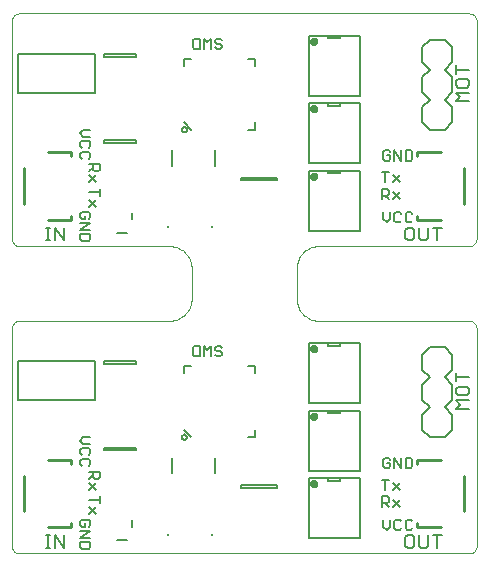
<source format=gto>
G75*
%MOIN*%
%OFA0B0*%
%FSLAX24Y24*%
%IPPOS*%
%LPD*%
%AMOC8*
5,1,8,0,0,1.08239X$1,22.5*
%
%ADD10C,0.0000*%
%ADD11C,0.0060*%
%ADD12C,0.0080*%
%ADD13C,0.0150*%
%ADD14C,0.0050*%
%ADD15C,0.0100*%
%ADD16R,0.0098X0.0098*%
D10*
X000425Y000238D02*
X015425Y000238D01*
X015455Y000240D01*
X015485Y000245D01*
X015514Y000254D01*
X015541Y000267D01*
X015567Y000282D01*
X015591Y000301D01*
X015612Y000322D01*
X015631Y000346D01*
X015646Y000372D01*
X015659Y000399D01*
X015668Y000428D01*
X015673Y000458D01*
X015675Y000488D01*
X015675Y007738D01*
X015673Y007768D01*
X015668Y007798D01*
X015659Y007827D01*
X015646Y007854D01*
X015631Y007880D01*
X015612Y007904D01*
X015591Y007925D01*
X015567Y007944D01*
X015541Y007959D01*
X015514Y007972D01*
X015485Y007981D01*
X015455Y007986D01*
X015425Y007988D01*
X010425Y007988D01*
X010371Y007990D01*
X010318Y007996D01*
X010266Y008005D01*
X010214Y008018D01*
X010163Y008035D01*
X010113Y008056D01*
X010066Y008080D01*
X010020Y008107D01*
X009976Y008138D01*
X009934Y008171D01*
X009895Y008208D01*
X009858Y008247D01*
X009825Y008289D01*
X009794Y008333D01*
X009767Y008379D01*
X009743Y008426D01*
X009722Y008476D01*
X009705Y008527D01*
X009692Y008579D01*
X009683Y008631D01*
X009677Y008684D01*
X009675Y008738D01*
X009675Y009738D01*
X009677Y009792D01*
X009683Y009845D01*
X009692Y009897D01*
X009705Y009949D01*
X009722Y010000D01*
X009743Y010050D01*
X009767Y010097D01*
X009794Y010143D01*
X009825Y010187D01*
X009858Y010229D01*
X009895Y010268D01*
X009934Y010305D01*
X009976Y010338D01*
X010020Y010369D01*
X010066Y010396D01*
X010113Y010420D01*
X010163Y010441D01*
X010214Y010458D01*
X010266Y010471D01*
X010318Y010480D01*
X010371Y010486D01*
X010425Y010488D01*
X015425Y010488D01*
X015455Y010490D01*
X015485Y010495D01*
X015514Y010504D01*
X015541Y010517D01*
X015567Y010532D01*
X015591Y010551D01*
X015612Y010572D01*
X015631Y010596D01*
X015646Y010622D01*
X015659Y010649D01*
X015668Y010678D01*
X015673Y010708D01*
X015675Y010738D01*
X015675Y017988D01*
X015673Y018018D01*
X015668Y018048D01*
X015659Y018077D01*
X015646Y018104D01*
X015631Y018130D01*
X015612Y018154D01*
X015591Y018175D01*
X015567Y018194D01*
X015541Y018209D01*
X015514Y018222D01*
X015485Y018231D01*
X015455Y018236D01*
X015425Y018238D01*
X000425Y018238D01*
X000395Y018236D01*
X000365Y018231D01*
X000336Y018222D01*
X000309Y018209D01*
X000283Y018194D01*
X000259Y018175D01*
X000238Y018154D01*
X000219Y018130D01*
X000204Y018104D01*
X000191Y018077D01*
X000182Y018048D01*
X000177Y018018D01*
X000175Y017988D01*
X000175Y010738D01*
X000177Y010708D01*
X000182Y010678D01*
X000191Y010649D01*
X000204Y010622D01*
X000219Y010596D01*
X000238Y010572D01*
X000259Y010551D01*
X000283Y010532D01*
X000309Y010517D01*
X000336Y010504D01*
X000365Y010495D01*
X000395Y010490D01*
X000425Y010488D01*
X005425Y010488D01*
X005479Y010486D01*
X005532Y010480D01*
X005584Y010471D01*
X005636Y010458D01*
X005687Y010441D01*
X005737Y010420D01*
X005784Y010396D01*
X005830Y010369D01*
X005874Y010338D01*
X005916Y010305D01*
X005955Y010268D01*
X005992Y010229D01*
X006025Y010187D01*
X006056Y010143D01*
X006083Y010097D01*
X006107Y010050D01*
X006128Y010000D01*
X006145Y009949D01*
X006158Y009897D01*
X006167Y009845D01*
X006173Y009792D01*
X006175Y009738D01*
X006175Y008738D01*
X006173Y008684D01*
X006167Y008631D01*
X006158Y008579D01*
X006145Y008527D01*
X006128Y008476D01*
X006107Y008426D01*
X006083Y008379D01*
X006056Y008333D01*
X006025Y008289D01*
X005992Y008247D01*
X005955Y008208D01*
X005916Y008171D01*
X005874Y008138D01*
X005830Y008107D01*
X005784Y008080D01*
X005737Y008056D01*
X005687Y008035D01*
X005636Y008018D01*
X005584Y008005D01*
X005532Y007996D01*
X005479Y007990D01*
X005425Y007988D01*
X000425Y007988D01*
X000395Y007986D01*
X000365Y007981D01*
X000336Y007972D01*
X000309Y007959D01*
X000283Y007944D01*
X000259Y007925D01*
X000238Y007904D01*
X000219Y007880D01*
X000204Y007854D01*
X000191Y007827D01*
X000182Y007798D01*
X000177Y007768D01*
X000175Y007738D01*
X000175Y000488D01*
X000177Y000458D01*
X000182Y000428D01*
X000191Y000399D01*
X000204Y000372D01*
X000219Y000346D01*
X000238Y000322D01*
X000259Y000301D01*
X000283Y000282D01*
X000309Y000267D01*
X000336Y000254D01*
X000365Y000245D01*
X000395Y000240D01*
X000425Y000238D01*
D11*
X002455Y000457D02*
X002512Y000400D01*
X002739Y000400D01*
X002795Y000457D01*
X002795Y000627D01*
X002455Y000627D01*
X002455Y000457D01*
X002455Y000769D02*
X002795Y000769D01*
X002795Y000995D02*
X002455Y000769D01*
X002455Y000995D02*
X002795Y000995D01*
X002739Y001137D02*
X002795Y001194D01*
X002795Y001307D01*
X002739Y001364D01*
X002512Y001364D01*
X002455Y001307D01*
X002455Y001194D01*
X002512Y001137D01*
X002625Y001137D01*
X002625Y001250D01*
X002768Y001550D02*
X002994Y001777D01*
X003108Y001918D02*
X003108Y002145D01*
X003108Y002032D02*
X002768Y002032D01*
X002768Y002362D02*
X002994Y002589D01*
X002938Y002731D02*
X002881Y002787D01*
X002881Y002958D01*
X002768Y002958D02*
X003108Y002958D01*
X003108Y002787D01*
X003051Y002731D01*
X002938Y002731D01*
X002881Y002844D02*
X002768Y002731D01*
X002768Y002589D02*
X002994Y002362D01*
X002768Y001777D02*
X002994Y001550D01*
X002739Y003150D02*
X002795Y003207D01*
X002795Y003320D01*
X002739Y003377D01*
X002512Y003377D01*
X002455Y003320D01*
X002455Y003207D01*
X002512Y003150D01*
X002512Y003519D02*
X002455Y003575D01*
X002455Y003689D01*
X002512Y003745D01*
X002739Y003745D01*
X002795Y003689D01*
X002795Y003575D01*
X002739Y003519D01*
X002795Y003887D02*
X002568Y003887D01*
X002455Y004000D01*
X002568Y004114D01*
X002795Y004114D01*
X003269Y003769D02*
X003269Y003675D01*
X004331Y003675D01*
X004331Y003769D01*
X003269Y003769D01*
X003269Y006550D02*
X003269Y006644D01*
X004331Y006644D01*
X004331Y006550D01*
X003269Y006550D01*
X006213Y006861D02*
X006269Y006805D01*
X006440Y006805D01*
X006440Y007145D01*
X006269Y007145D01*
X006213Y007088D01*
X006213Y006861D01*
X006581Y006805D02*
X006581Y007145D01*
X006695Y007032D01*
X006808Y007145D01*
X006808Y006805D01*
X006949Y006861D02*
X007006Y006805D01*
X007120Y006805D01*
X007176Y006861D01*
X007176Y006918D01*
X007120Y006975D01*
X007006Y006975D01*
X006949Y007032D01*
X006949Y007088D01*
X007006Y007145D01*
X007120Y007145D01*
X007176Y007088D01*
X010075Y007238D02*
X010075Y005238D01*
X011775Y005238D01*
X011775Y007238D01*
X011125Y007238D01*
X011125Y007158D01*
X010725Y007158D01*
X010725Y007238D01*
X011125Y007238D01*
X010725Y007238D02*
X010075Y007238D01*
X010075Y004988D02*
X010725Y004988D01*
X010725Y004908D01*
X011125Y004908D01*
X011125Y004988D01*
X011775Y004988D01*
X011775Y002988D01*
X010075Y002988D01*
X010075Y004988D01*
X010725Y004988D02*
X011125Y004988D01*
X012626Y003427D02*
X012569Y003370D01*
X012569Y003143D01*
X012626Y003086D01*
X012739Y003086D01*
X012796Y003143D01*
X012796Y003256D01*
X012682Y003256D01*
X012796Y003370D02*
X012739Y003427D01*
X012626Y003427D01*
X012937Y003427D02*
X012937Y003086D01*
X013164Y003086D02*
X012937Y003427D01*
X013164Y003427D02*
X013164Y003086D01*
X013305Y003086D02*
X013476Y003086D01*
X013532Y003143D01*
X013532Y003370D01*
X013476Y003427D01*
X013305Y003427D01*
X013305Y003086D01*
X013113Y002588D02*
X012886Y002361D01*
X012886Y002588D02*
X013113Y002361D01*
X013113Y002026D02*
X012886Y001799D01*
X012744Y001799D02*
X012631Y001912D01*
X012688Y001912D02*
X012518Y001912D01*
X012518Y001799D02*
X012518Y002139D01*
X012688Y002139D01*
X012744Y002082D01*
X012744Y001969D01*
X012688Y001912D01*
X012886Y002026D02*
X013113Y001799D01*
X013107Y001364D02*
X012994Y001364D01*
X012937Y001307D01*
X012937Y001080D01*
X012994Y001024D01*
X013107Y001024D01*
X013164Y001080D01*
X013305Y001080D02*
X013362Y001024D01*
X013476Y001024D01*
X013532Y001080D01*
X013305Y001080D02*
X013305Y001307D01*
X013362Y001364D01*
X013476Y001364D01*
X013532Y001307D01*
X013164Y001307D02*
X013107Y001364D01*
X012796Y001364D02*
X012796Y001137D01*
X012682Y001024D01*
X012569Y001137D01*
X012569Y001364D01*
X012631Y002361D02*
X012631Y002702D01*
X012518Y002702D02*
X012744Y002702D01*
X011775Y002738D02*
X011125Y002738D01*
X011125Y002658D01*
X010725Y002658D01*
X010725Y002738D01*
X011125Y002738D01*
X010725Y002738D02*
X010075Y002738D01*
X010075Y000738D01*
X011775Y000738D01*
X011775Y002738D01*
X009019Y002519D02*
X009019Y002425D01*
X007831Y002425D01*
X007831Y002519D01*
X009019Y002519D01*
X002739Y010650D02*
X002512Y010650D01*
X002455Y010707D01*
X002455Y010877D01*
X002795Y010877D01*
X002795Y010707D01*
X002739Y010650D01*
X002795Y011019D02*
X002455Y011019D01*
X002795Y011245D01*
X002455Y011245D01*
X002512Y011387D02*
X002625Y011387D01*
X002625Y011500D01*
X002512Y011387D02*
X002455Y011444D01*
X002455Y011557D01*
X002512Y011614D01*
X002739Y011614D01*
X002795Y011557D01*
X002795Y011444D01*
X002739Y011387D01*
X002768Y011800D02*
X002994Y012027D01*
X003108Y012168D02*
X003108Y012395D01*
X003108Y012282D02*
X002768Y012282D01*
X002768Y012027D02*
X002994Y011800D01*
X002994Y012612D02*
X002768Y012839D01*
X002768Y012981D02*
X002881Y013094D01*
X002881Y013037D02*
X002881Y013208D01*
X002768Y013208D02*
X003108Y013208D01*
X003108Y013037D01*
X003051Y012981D01*
X002938Y012981D01*
X002881Y013037D01*
X002994Y012839D02*
X002768Y012612D01*
X002739Y013400D02*
X002795Y013457D01*
X002795Y013570D01*
X002739Y013627D01*
X002512Y013627D01*
X002455Y013570D01*
X002455Y013457D01*
X002512Y013400D01*
X002512Y013769D02*
X002455Y013825D01*
X002455Y013939D01*
X002512Y013995D01*
X002739Y013995D01*
X002795Y013939D01*
X002795Y013825D01*
X002739Y013769D01*
X002795Y014137D02*
X002568Y014137D01*
X002455Y014250D01*
X002568Y014364D01*
X002795Y014364D01*
X003269Y014019D02*
X003269Y013925D01*
X004331Y013925D01*
X004331Y014019D01*
X003269Y014019D01*
X003269Y016800D02*
X003269Y016894D01*
X004331Y016894D01*
X004331Y016800D01*
X003269Y016800D01*
X006213Y017111D02*
X006269Y017055D01*
X006440Y017055D01*
X006440Y017395D01*
X006269Y017395D01*
X006213Y017338D01*
X006213Y017111D01*
X006581Y017055D02*
X006581Y017395D01*
X006695Y017282D01*
X006808Y017395D01*
X006808Y017055D01*
X006949Y017111D02*
X007006Y017055D01*
X007120Y017055D01*
X007176Y017111D01*
X007176Y017168D01*
X007120Y017225D01*
X007006Y017225D01*
X006949Y017282D01*
X006949Y017338D01*
X007006Y017395D01*
X007120Y017395D01*
X007176Y017338D01*
X010075Y017488D02*
X010075Y015488D01*
X011775Y015488D01*
X011775Y017488D01*
X011125Y017488D01*
X011125Y017408D01*
X010725Y017408D01*
X010725Y017488D01*
X011125Y017488D01*
X010725Y017488D02*
X010075Y017488D01*
X010075Y015238D02*
X010725Y015238D01*
X010725Y015158D01*
X011125Y015158D01*
X011125Y015238D01*
X011775Y015238D01*
X011775Y013238D01*
X010075Y013238D01*
X010075Y015238D01*
X010725Y015238D02*
X011125Y015238D01*
X012626Y013677D02*
X012569Y013620D01*
X012569Y013393D01*
X012626Y013336D01*
X012739Y013336D01*
X012796Y013393D01*
X012796Y013506D01*
X012682Y013506D01*
X012796Y013620D02*
X012739Y013677D01*
X012626Y013677D01*
X012937Y013677D02*
X012937Y013336D01*
X013164Y013336D02*
X012937Y013677D01*
X013164Y013677D02*
X013164Y013336D01*
X013305Y013336D02*
X013476Y013336D01*
X013532Y013393D01*
X013532Y013620D01*
X013476Y013677D01*
X013305Y013677D01*
X013305Y013336D01*
X013113Y012838D02*
X012886Y012611D01*
X012886Y012838D02*
X013113Y012611D01*
X013113Y012276D02*
X012886Y012049D01*
X012744Y012049D02*
X012631Y012162D01*
X012688Y012162D02*
X012518Y012162D01*
X012518Y012049D02*
X012518Y012389D01*
X012688Y012389D01*
X012744Y012332D01*
X012744Y012219D01*
X012688Y012162D01*
X012886Y012276D02*
X013113Y012049D01*
X013107Y011614D02*
X012994Y011614D01*
X012937Y011557D01*
X012937Y011330D01*
X012994Y011274D01*
X013107Y011274D01*
X013164Y011330D01*
X013305Y011330D02*
X013305Y011557D01*
X013362Y011614D01*
X013476Y011614D01*
X013532Y011557D01*
X013532Y011330D02*
X013476Y011274D01*
X013362Y011274D01*
X013305Y011330D01*
X013164Y011557D02*
X013107Y011614D01*
X012796Y011614D02*
X012796Y011387D01*
X012682Y011274D01*
X012569Y011387D01*
X012569Y011614D01*
X012631Y012611D02*
X012631Y012952D01*
X012518Y012952D02*
X012744Y012952D01*
X011775Y012988D02*
X011125Y012988D01*
X011125Y012908D01*
X010725Y012908D01*
X010725Y012988D01*
X011125Y012988D01*
X010725Y012988D02*
X010075Y012988D01*
X010075Y010988D01*
X011775Y010988D01*
X011775Y012988D01*
X009019Y012769D02*
X009019Y012675D01*
X007831Y012675D01*
X007831Y012769D01*
X009019Y012769D01*
D12*
X008294Y014369D02*
X008057Y014369D01*
X008294Y014369D02*
X008294Y014605D01*
X006946Y013681D02*
X006946Y013169D01*
X006168Y014369D02*
X005931Y014605D01*
X005529Y013681D02*
X005529Y013169D01*
X004182Y011593D02*
X004182Y011382D01*
X004032Y010928D02*
X003693Y010928D01*
X001910Y011104D02*
X001910Y010684D01*
X001630Y011104D01*
X001630Y010684D01*
X001463Y010684D02*
X001323Y010684D01*
X001393Y010684D02*
X001393Y011104D01*
X001323Y011104D02*
X001463Y011104D01*
X000385Y006638D02*
X002965Y006638D01*
X002965Y005338D01*
X000385Y005338D01*
X000385Y006638D01*
X004182Y001343D02*
X004182Y001132D01*
X004032Y000678D02*
X003693Y000678D01*
X001910Y000854D02*
X001910Y000434D01*
X001630Y000854D01*
X001630Y000434D01*
X001463Y000434D02*
X001323Y000434D01*
X001393Y000434D02*
X001393Y000854D01*
X001323Y000854D02*
X001463Y000854D01*
X005529Y002919D02*
X005529Y003431D01*
X006168Y004119D02*
X005931Y004355D01*
X006946Y003431D02*
X006946Y002919D01*
X008057Y004119D02*
X008294Y004119D01*
X008294Y004355D01*
X008294Y006245D02*
X008294Y006481D01*
X008057Y006481D01*
X006168Y006481D02*
X005931Y006481D01*
X005931Y006245D01*
X013303Y010754D02*
X013373Y010684D01*
X013513Y010684D01*
X013583Y010754D01*
X013583Y011034D01*
X013513Y011104D01*
X013373Y011104D01*
X013303Y011034D01*
X013303Y010754D01*
X013763Y010754D02*
X013833Y010684D01*
X013973Y010684D01*
X014043Y010754D01*
X014043Y011104D01*
X014223Y011104D02*
X014504Y011104D01*
X014363Y011104D02*
X014363Y010684D01*
X013763Y010754D02*
X013763Y011104D01*
X014113Y014363D02*
X013863Y014613D01*
X013863Y015113D01*
X014113Y015363D01*
X013863Y015613D01*
X013863Y016113D01*
X014113Y016363D01*
X013863Y016613D01*
X013863Y017113D01*
X014113Y017363D01*
X014613Y017363D01*
X014863Y017113D01*
X014863Y016613D01*
X014613Y016363D01*
X014863Y016113D01*
X014863Y015613D01*
X014613Y015363D01*
X014863Y015113D01*
X014863Y014613D01*
X014613Y014363D01*
X014113Y014363D01*
X014996Y015309D02*
X015136Y015449D01*
X014996Y015589D01*
X015416Y015589D01*
X015346Y015769D02*
X015416Y015839D01*
X015416Y015979D01*
X015346Y016049D01*
X015066Y016049D01*
X014996Y015979D01*
X014996Y015839D01*
X015066Y015769D01*
X015346Y015769D01*
X015416Y015309D02*
X014996Y015309D01*
X014996Y016230D02*
X014996Y016510D01*
X014996Y016370D02*
X015416Y016370D01*
X008294Y016495D02*
X008294Y016731D01*
X008057Y016731D01*
X006168Y016731D02*
X005931Y016731D01*
X005931Y016495D01*
X002965Y016888D02*
X002965Y015588D01*
X000385Y015588D01*
X000385Y016888D01*
X002965Y016888D01*
X013863Y006863D02*
X013863Y006363D01*
X014113Y006113D01*
X013863Y005863D01*
X013863Y005363D01*
X014113Y005113D01*
X013863Y004863D01*
X013863Y004363D01*
X014113Y004113D01*
X014613Y004113D01*
X014863Y004363D01*
X014863Y004863D01*
X014613Y005113D01*
X014863Y005363D01*
X014863Y005863D01*
X014613Y006113D01*
X014863Y006363D01*
X014863Y006863D01*
X014613Y007113D01*
X014113Y007113D01*
X013863Y006863D01*
X014996Y006260D02*
X014996Y005980D01*
X014996Y006120D02*
X015416Y006120D01*
X015346Y005799D02*
X015066Y005799D01*
X014996Y005729D01*
X014996Y005589D01*
X015066Y005519D01*
X015346Y005519D01*
X015416Y005589D01*
X015416Y005729D01*
X015346Y005799D01*
X015416Y005339D02*
X014996Y005339D01*
X015136Y005199D01*
X014996Y005059D01*
X015416Y005059D01*
X014504Y000854D02*
X014223Y000854D01*
X014363Y000854D02*
X014363Y000434D01*
X014043Y000504D02*
X014043Y000854D01*
X013763Y000854D02*
X013763Y000504D01*
X013833Y000434D01*
X013973Y000434D01*
X014043Y000504D01*
X013583Y000504D02*
X013583Y000784D01*
X013513Y000854D01*
X013373Y000854D01*
X013303Y000784D01*
X013303Y000504D01*
X013373Y000434D01*
X013513Y000434D01*
X013583Y000504D01*
D13*
X010200Y002563D02*
X010202Y002576D01*
X010207Y002589D01*
X010216Y002600D01*
X010227Y002607D01*
X010240Y002612D01*
X010253Y002613D01*
X010267Y002610D01*
X010279Y002604D01*
X010289Y002595D01*
X010296Y002583D01*
X010300Y002570D01*
X010300Y002556D01*
X010296Y002543D01*
X010289Y002531D01*
X010279Y002522D01*
X010267Y002516D01*
X010253Y002513D01*
X010240Y002514D01*
X010227Y002519D01*
X010216Y002526D01*
X010207Y002537D01*
X010202Y002550D01*
X010200Y002563D01*
X010200Y004813D02*
X010202Y004826D01*
X010207Y004839D01*
X010216Y004850D01*
X010227Y004857D01*
X010240Y004862D01*
X010253Y004863D01*
X010267Y004860D01*
X010279Y004854D01*
X010289Y004845D01*
X010296Y004833D01*
X010300Y004820D01*
X010300Y004806D01*
X010296Y004793D01*
X010289Y004781D01*
X010279Y004772D01*
X010267Y004766D01*
X010253Y004763D01*
X010240Y004764D01*
X010227Y004769D01*
X010216Y004776D01*
X010207Y004787D01*
X010202Y004800D01*
X010200Y004813D01*
X010200Y007063D02*
X010202Y007076D01*
X010207Y007089D01*
X010216Y007100D01*
X010227Y007107D01*
X010240Y007112D01*
X010253Y007113D01*
X010267Y007110D01*
X010279Y007104D01*
X010289Y007095D01*
X010296Y007083D01*
X010300Y007070D01*
X010300Y007056D01*
X010296Y007043D01*
X010289Y007031D01*
X010279Y007022D01*
X010267Y007016D01*
X010253Y007013D01*
X010240Y007014D01*
X010227Y007019D01*
X010216Y007026D01*
X010207Y007037D01*
X010202Y007050D01*
X010200Y007063D01*
X010200Y012813D02*
X010202Y012826D01*
X010207Y012839D01*
X010216Y012850D01*
X010227Y012857D01*
X010240Y012862D01*
X010253Y012863D01*
X010267Y012860D01*
X010279Y012854D01*
X010289Y012845D01*
X010296Y012833D01*
X010300Y012820D01*
X010300Y012806D01*
X010296Y012793D01*
X010289Y012781D01*
X010279Y012772D01*
X010267Y012766D01*
X010253Y012763D01*
X010240Y012764D01*
X010227Y012769D01*
X010216Y012776D01*
X010207Y012787D01*
X010202Y012800D01*
X010200Y012813D01*
X010200Y015063D02*
X010202Y015076D01*
X010207Y015089D01*
X010216Y015100D01*
X010227Y015107D01*
X010240Y015112D01*
X010253Y015113D01*
X010267Y015110D01*
X010279Y015104D01*
X010289Y015095D01*
X010296Y015083D01*
X010300Y015070D01*
X010300Y015056D01*
X010296Y015043D01*
X010289Y015031D01*
X010279Y015022D01*
X010267Y015016D01*
X010253Y015013D01*
X010240Y015014D01*
X010227Y015019D01*
X010216Y015026D01*
X010207Y015037D01*
X010202Y015050D01*
X010200Y015063D01*
X010200Y017313D02*
X010202Y017326D01*
X010207Y017339D01*
X010216Y017350D01*
X010227Y017357D01*
X010240Y017362D01*
X010253Y017363D01*
X010267Y017360D01*
X010279Y017354D01*
X010289Y017345D01*
X010296Y017333D01*
X010300Y017320D01*
X010300Y017306D01*
X010296Y017293D01*
X010289Y017281D01*
X010279Y017272D01*
X010267Y017266D01*
X010253Y017263D01*
X010240Y017264D01*
X010227Y017269D01*
X010216Y017276D01*
X010207Y017287D01*
X010202Y017300D01*
X010200Y017313D01*
D14*
X005844Y014369D02*
X005846Y014387D01*
X005852Y014404D01*
X005861Y014420D01*
X005873Y014434D01*
X005887Y014444D01*
X005904Y014452D01*
X005922Y014456D01*
X005940Y014456D01*
X005958Y014452D01*
X005974Y014444D01*
X005989Y014434D01*
X006001Y014420D01*
X006010Y014404D01*
X006016Y014387D01*
X006018Y014369D01*
X006016Y014351D01*
X006010Y014334D01*
X006001Y014318D01*
X005989Y014304D01*
X005975Y014294D01*
X005958Y014286D01*
X005940Y014282D01*
X005922Y014282D01*
X005904Y014286D01*
X005888Y014294D01*
X005873Y014304D01*
X005861Y014318D01*
X005852Y014334D01*
X005846Y014351D01*
X005844Y014369D01*
X005844Y004119D02*
X005846Y004137D01*
X005852Y004154D01*
X005861Y004170D01*
X005873Y004184D01*
X005887Y004194D01*
X005904Y004202D01*
X005922Y004206D01*
X005940Y004206D01*
X005958Y004202D01*
X005974Y004194D01*
X005989Y004184D01*
X006001Y004170D01*
X006010Y004154D01*
X006016Y004137D01*
X006018Y004119D01*
X006016Y004101D01*
X006010Y004084D01*
X006001Y004068D01*
X005989Y004054D01*
X005975Y004044D01*
X005958Y004036D01*
X005940Y004032D01*
X005922Y004032D01*
X005904Y004036D01*
X005888Y004044D01*
X005873Y004054D01*
X005861Y004068D01*
X005852Y004084D01*
X005846Y004101D01*
X005844Y004119D01*
D15*
X002168Y003369D02*
X002168Y003222D01*
X002168Y003369D02*
X001372Y003369D01*
X000595Y002828D02*
X000595Y001647D01*
X001372Y001106D02*
X002168Y001106D01*
X002168Y001253D01*
X002168Y011356D02*
X001372Y011356D01*
X002168Y011356D02*
X002168Y011503D01*
X000595Y011897D02*
X000595Y013078D01*
X001372Y013619D02*
X002168Y013619D01*
X002168Y013472D01*
X013682Y013619D02*
X013682Y013472D01*
X013682Y013619D02*
X014478Y013619D01*
X015255Y013078D02*
X015255Y011897D01*
X014478Y011356D02*
X013682Y011356D01*
X013682Y011503D01*
X013682Y003369D02*
X013682Y003222D01*
X013682Y003369D02*
X014478Y003369D01*
X015255Y002828D02*
X015255Y001647D01*
X014478Y001106D02*
X013682Y001106D01*
X013682Y001253D01*
D16*
X006849Y000863D03*
X005376Y000863D03*
X005376Y011113D03*
X006849Y011113D03*
M02*

</source>
